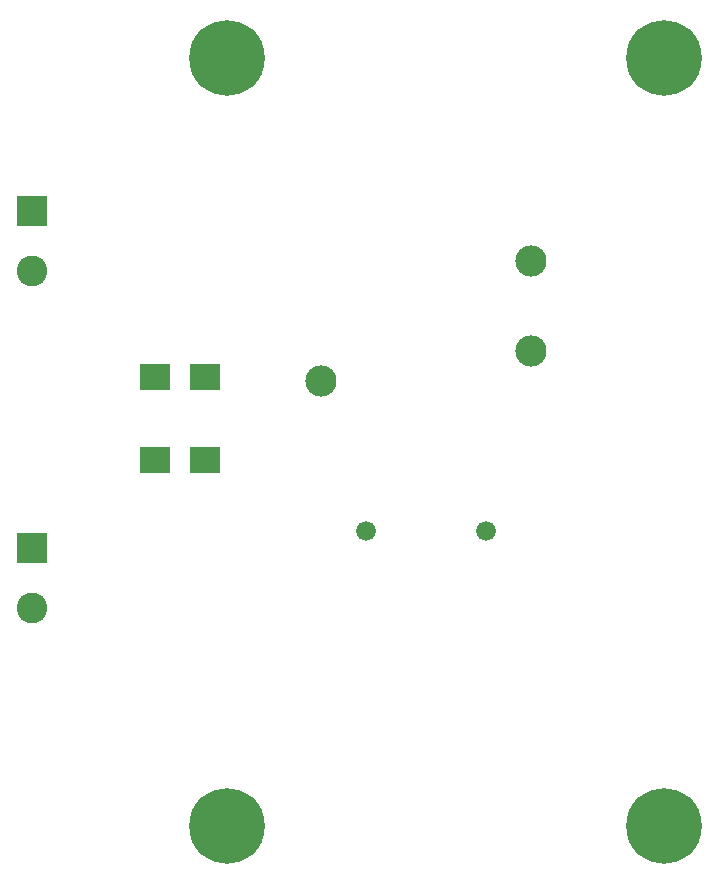
<source format=gbr>
%TF.GenerationSoftware,KiCad,Pcbnew,8.0.4*%
%TF.CreationDate,2025-06-08T14:38:43-04:00*%
%TF.ProjectId,car-battery-reverse-polarity-protection,6361722d-6261-4747-9465-72792d726576,rev?*%
%TF.SameCoordinates,Original*%
%TF.FileFunction,Soldermask,Top*%
%TF.FilePolarity,Negative*%
%FSLAX46Y46*%
G04 Gerber Fmt 4.6, Leading zero omitted, Abs format (unit mm)*
G04 Created by KiCad (PCBNEW 8.0.4) date 2025-06-08 14:38:43*
%MOMM*%
%LPD*%
G01*
G04 APERTURE LIST*
%ADD10C,6.400000*%
%ADD11C,2.641600*%
%ADD12C,1.676400*%
%ADD13R,2.514600X2.260600*%
%ADD14R,2.600000X2.600000*%
%ADD15C,2.600000*%
G04 APERTURE END LIST*
D10*
%TO.C,H5*%
X132500000Y-122000000D03*
%TD*%
D11*
%TO.C,K1*%
X140398800Y-84274200D03*
X158178800Y-81734200D03*
D12*
X154368800Y-96974200D03*
X144208800Y-96974200D03*
D11*
X158178800Y-74114200D03*
%TD*%
D10*
%TO.C,H1*%
X169500000Y-57000000D03*
%TD*%
D13*
%TO.C,D1*%
X130595500Y-91000000D03*
X126404500Y-91000000D03*
%TD*%
%TO.C,D2*%
X130595500Y-84000000D03*
X126404500Y-84000000D03*
%TD*%
D14*
%TO.C,J1*%
X116000000Y-69955000D03*
D15*
X116000000Y-75035000D03*
%TD*%
D10*
%TO.C,H2*%
X169500000Y-122000000D03*
%TD*%
D14*
%TO.C,J2*%
X116000000Y-98455000D03*
D15*
X116000000Y-103535000D03*
%TD*%
D10*
%TO.C,H3*%
X132500000Y-57000000D03*
%TD*%
M02*

</source>
